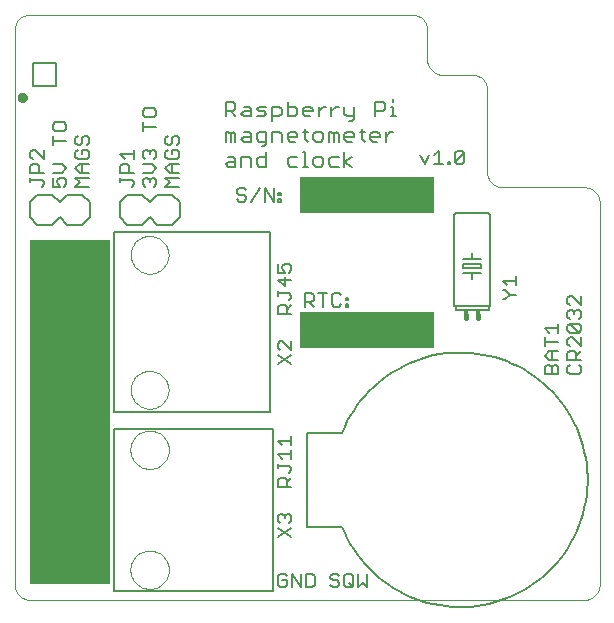
<source format=gto>
G75*
G70*
%OFA0B0*%
%FSLAX24Y24*%
%IPPOS*%
%LPD*%
%AMOC8*
5,1,8,0,0,1.08239X$1,22.5*
%
%ADD10C,0.0000*%
%ADD11C,0.0050*%
%ADD12C,0.0070*%
%ADD13R,0.4500X0.1200*%
%ADD14R,0.2700X1.1500*%
%ADD15C,0.0160*%
%ADD16C,0.0060*%
%ADD17R,0.0160X0.0230*%
%ADD18C,0.0080*%
D10*
X002680Y002680D02*
X021180Y002680D01*
X021224Y002682D01*
X021267Y002688D01*
X021309Y002697D01*
X021351Y002710D01*
X021391Y002727D01*
X021430Y002747D01*
X021467Y002770D01*
X021501Y002797D01*
X021534Y002826D01*
X021563Y002859D01*
X021590Y002893D01*
X021613Y002930D01*
X021633Y002969D01*
X021650Y003009D01*
X021663Y003051D01*
X021672Y003093D01*
X021678Y003136D01*
X021680Y003180D01*
X021680Y015930D01*
X021678Y015974D01*
X021672Y016017D01*
X021663Y016059D01*
X021650Y016101D01*
X021633Y016141D01*
X021613Y016180D01*
X021590Y016217D01*
X021563Y016251D01*
X021534Y016284D01*
X021501Y016313D01*
X021467Y016340D01*
X021430Y016363D01*
X021391Y016383D01*
X021351Y016400D01*
X021309Y016413D01*
X021267Y016422D01*
X021224Y016428D01*
X021180Y016430D01*
X018430Y016430D01*
X018386Y016432D01*
X018343Y016438D01*
X018301Y016447D01*
X018259Y016460D01*
X018219Y016477D01*
X018180Y016497D01*
X018143Y016520D01*
X018109Y016547D01*
X018076Y016576D01*
X018047Y016609D01*
X018020Y016643D01*
X017997Y016680D01*
X017977Y016719D01*
X017960Y016759D01*
X017947Y016801D01*
X017938Y016843D01*
X017932Y016886D01*
X017930Y016930D01*
X017930Y019680D01*
X017928Y019724D01*
X017922Y019767D01*
X017913Y019809D01*
X017900Y019851D01*
X017883Y019891D01*
X017863Y019930D01*
X017840Y019967D01*
X017813Y020001D01*
X017784Y020034D01*
X017751Y020063D01*
X017717Y020090D01*
X017680Y020113D01*
X017641Y020133D01*
X017601Y020150D01*
X017559Y020163D01*
X017517Y020172D01*
X017474Y020178D01*
X017430Y020180D01*
X016430Y020180D01*
X016386Y020182D01*
X016343Y020188D01*
X016301Y020197D01*
X016259Y020210D01*
X016219Y020227D01*
X016180Y020247D01*
X016143Y020270D01*
X016109Y020297D01*
X016076Y020326D01*
X016047Y020359D01*
X016020Y020393D01*
X015997Y020430D01*
X015977Y020469D01*
X015960Y020509D01*
X015947Y020551D01*
X015938Y020593D01*
X015932Y020636D01*
X015930Y020680D01*
X015930Y021680D01*
X015928Y021724D01*
X015922Y021767D01*
X015913Y021809D01*
X015900Y021851D01*
X015883Y021891D01*
X015863Y021930D01*
X015840Y021967D01*
X015813Y022001D01*
X015784Y022034D01*
X015751Y022063D01*
X015717Y022090D01*
X015680Y022113D01*
X015641Y022133D01*
X015601Y022150D01*
X015559Y022163D01*
X015517Y022172D01*
X015474Y022178D01*
X015430Y022180D01*
X002680Y022180D01*
X002636Y022178D01*
X002593Y022172D01*
X002551Y022163D01*
X002509Y022150D01*
X002469Y022133D01*
X002430Y022113D01*
X002393Y022090D01*
X002359Y022063D01*
X002326Y022034D01*
X002297Y022001D01*
X002270Y021967D01*
X002247Y021930D01*
X002227Y021891D01*
X002210Y021851D01*
X002197Y021809D01*
X002188Y021767D01*
X002182Y021724D01*
X002180Y021680D01*
X002180Y003180D01*
X002182Y003136D01*
X002188Y003093D01*
X002197Y003051D01*
X002210Y003009D01*
X002227Y002969D01*
X002247Y002930D01*
X002270Y002893D01*
X002297Y002859D01*
X002326Y002826D01*
X002359Y002797D01*
X002393Y002770D01*
X002430Y002747D01*
X002469Y002727D01*
X002509Y002710D01*
X002551Y002697D01*
X002593Y002688D01*
X002636Y002682D01*
X002680Y002680D01*
X006040Y003680D02*
X006042Y003730D01*
X006048Y003780D01*
X006058Y003829D01*
X006071Y003878D01*
X006089Y003925D01*
X006110Y003971D01*
X006134Y004014D01*
X006162Y004056D01*
X006193Y004096D01*
X006227Y004133D01*
X006264Y004167D01*
X006304Y004198D01*
X006346Y004226D01*
X006389Y004250D01*
X006435Y004271D01*
X006482Y004289D01*
X006531Y004302D01*
X006580Y004312D01*
X006630Y004318D01*
X006680Y004320D01*
X006730Y004318D01*
X006780Y004312D01*
X006829Y004302D01*
X006878Y004289D01*
X006925Y004271D01*
X006971Y004250D01*
X007014Y004226D01*
X007056Y004198D01*
X007096Y004167D01*
X007133Y004133D01*
X007167Y004096D01*
X007198Y004056D01*
X007226Y004014D01*
X007250Y003971D01*
X007271Y003925D01*
X007289Y003878D01*
X007302Y003829D01*
X007312Y003780D01*
X007318Y003730D01*
X007320Y003680D01*
X007318Y003630D01*
X007312Y003580D01*
X007302Y003531D01*
X007289Y003482D01*
X007271Y003435D01*
X007250Y003389D01*
X007226Y003346D01*
X007198Y003304D01*
X007167Y003264D01*
X007133Y003227D01*
X007096Y003193D01*
X007056Y003162D01*
X007014Y003134D01*
X006971Y003110D01*
X006925Y003089D01*
X006878Y003071D01*
X006829Y003058D01*
X006780Y003048D01*
X006730Y003042D01*
X006680Y003040D01*
X006630Y003042D01*
X006580Y003048D01*
X006531Y003058D01*
X006482Y003071D01*
X006435Y003089D01*
X006389Y003110D01*
X006346Y003134D01*
X006304Y003162D01*
X006264Y003193D01*
X006227Y003227D01*
X006193Y003264D01*
X006162Y003304D01*
X006134Y003346D01*
X006110Y003389D01*
X006089Y003435D01*
X006071Y003482D01*
X006058Y003531D01*
X006048Y003580D01*
X006042Y003630D01*
X006040Y003680D01*
X006040Y007680D02*
X006042Y007730D01*
X006048Y007780D01*
X006058Y007829D01*
X006071Y007878D01*
X006089Y007925D01*
X006110Y007971D01*
X006134Y008014D01*
X006162Y008056D01*
X006193Y008096D01*
X006227Y008133D01*
X006264Y008167D01*
X006304Y008198D01*
X006346Y008226D01*
X006389Y008250D01*
X006435Y008271D01*
X006482Y008289D01*
X006531Y008302D01*
X006580Y008312D01*
X006630Y008318D01*
X006680Y008320D01*
X006730Y008318D01*
X006780Y008312D01*
X006829Y008302D01*
X006878Y008289D01*
X006925Y008271D01*
X006971Y008250D01*
X007014Y008226D01*
X007056Y008198D01*
X007096Y008167D01*
X007133Y008133D01*
X007167Y008096D01*
X007198Y008056D01*
X007226Y008014D01*
X007250Y007971D01*
X007271Y007925D01*
X007289Y007878D01*
X007302Y007829D01*
X007312Y007780D01*
X007318Y007730D01*
X007320Y007680D01*
X007318Y007630D01*
X007312Y007580D01*
X007302Y007531D01*
X007289Y007482D01*
X007271Y007435D01*
X007250Y007389D01*
X007226Y007346D01*
X007198Y007304D01*
X007167Y007264D01*
X007133Y007227D01*
X007096Y007193D01*
X007056Y007162D01*
X007014Y007134D01*
X006971Y007110D01*
X006925Y007089D01*
X006878Y007071D01*
X006829Y007058D01*
X006780Y007048D01*
X006730Y007042D01*
X006680Y007040D01*
X006630Y007042D01*
X006580Y007048D01*
X006531Y007058D01*
X006482Y007071D01*
X006435Y007089D01*
X006389Y007110D01*
X006346Y007134D01*
X006304Y007162D01*
X006264Y007193D01*
X006227Y007227D01*
X006193Y007264D01*
X006162Y007304D01*
X006134Y007346D01*
X006110Y007389D01*
X006089Y007435D01*
X006071Y007482D01*
X006058Y007531D01*
X006048Y007580D01*
X006042Y007630D01*
X006040Y007680D01*
X006050Y009680D02*
X006052Y009730D01*
X006058Y009780D01*
X006068Y009829D01*
X006082Y009877D01*
X006099Y009924D01*
X006120Y009969D01*
X006145Y010013D01*
X006173Y010054D01*
X006205Y010093D01*
X006239Y010130D01*
X006276Y010164D01*
X006316Y010194D01*
X006358Y010221D01*
X006402Y010245D01*
X006448Y010266D01*
X006495Y010282D01*
X006543Y010295D01*
X006593Y010304D01*
X006642Y010309D01*
X006693Y010310D01*
X006743Y010307D01*
X006792Y010300D01*
X006841Y010289D01*
X006889Y010274D01*
X006935Y010256D01*
X006980Y010234D01*
X007023Y010208D01*
X007064Y010179D01*
X007103Y010147D01*
X007139Y010112D01*
X007171Y010074D01*
X007201Y010034D01*
X007228Y009991D01*
X007251Y009947D01*
X007270Y009901D01*
X007286Y009853D01*
X007298Y009804D01*
X007306Y009755D01*
X007310Y009705D01*
X007310Y009655D01*
X007306Y009605D01*
X007298Y009556D01*
X007286Y009507D01*
X007270Y009459D01*
X007251Y009413D01*
X007228Y009369D01*
X007201Y009326D01*
X007171Y009286D01*
X007139Y009248D01*
X007103Y009213D01*
X007064Y009181D01*
X007023Y009152D01*
X006980Y009126D01*
X006935Y009104D01*
X006889Y009086D01*
X006841Y009071D01*
X006792Y009060D01*
X006743Y009053D01*
X006693Y009050D01*
X006642Y009051D01*
X006593Y009056D01*
X006543Y009065D01*
X006495Y009078D01*
X006448Y009094D01*
X006402Y009115D01*
X006358Y009139D01*
X006316Y009166D01*
X006276Y009196D01*
X006239Y009230D01*
X006205Y009267D01*
X006173Y009306D01*
X006145Y009347D01*
X006120Y009391D01*
X006099Y009436D01*
X006082Y009483D01*
X006068Y009531D01*
X006058Y009580D01*
X006052Y009630D01*
X006050Y009680D01*
X006050Y014180D02*
X006052Y014230D01*
X006058Y014280D01*
X006068Y014329D01*
X006082Y014377D01*
X006099Y014424D01*
X006120Y014469D01*
X006145Y014513D01*
X006173Y014554D01*
X006205Y014593D01*
X006239Y014630D01*
X006276Y014664D01*
X006316Y014694D01*
X006358Y014721D01*
X006402Y014745D01*
X006448Y014766D01*
X006495Y014782D01*
X006543Y014795D01*
X006593Y014804D01*
X006642Y014809D01*
X006693Y014810D01*
X006743Y014807D01*
X006792Y014800D01*
X006841Y014789D01*
X006889Y014774D01*
X006935Y014756D01*
X006980Y014734D01*
X007023Y014708D01*
X007064Y014679D01*
X007103Y014647D01*
X007139Y014612D01*
X007171Y014574D01*
X007201Y014534D01*
X007228Y014491D01*
X007251Y014447D01*
X007270Y014401D01*
X007286Y014353D01*
X007298Y014304D01*
X007306Y014255D01*
X007310Y014205D01*
X007310Y014155D01*
X007306Y014105D01*
X007298Y014056D01*
X007286Y014007D01*
X007270Y013959D01*
X007251Y013913D01*
X007228Y013869D01*
X007201Y013826D01*
X007171Y013786D01*
X007139Y013748D01*
X007103Y013713D01*
X007064Y013681D01*
X007023Y013652D01*
X006980Y013626D01*
X006935Y013604D01*
X006889Y013586D01*
X006841Y013571D01*
X006792Y013560D01*
X006743Y013553D01*
X006693Y013550D01*
X006642Y013551D01*
X006593Y013556D01*
X006543Y013565D01*
X006495Y013578D01*
X006448Y013594D01*
X006402Y013615D01*
X006358Y013639D01*
X006316Y013666D01*
X006276Y013696D01*
X006239Y013730D01*
X006205Y013767D01*
X006173Y013806D01*
X006145Y013847D01*
X006120Y013891D01*
X006099Y013936D01*
X006082Y013983D01*
X006068Y014031D01*
X006058Y014080D01*
X006052Y014130D01*
X006050Y014180D01*
D11*
X006080Y016455D02*
X006155Y016530D01*
X006155Y016605D01*
X006080Y016680D01*
X005705Y016680D01*
X005705Y016605D02*
X005705Y016755D01*
X005705Y016915D02*
X005705Y017141D01*
X005780Y017216D01*
X005930Y017216D01*
X006005Y017141D01*
X006005Y016915D01*
X006155Y016915D02*
X005705Y016915D01*
X005855Y017376D02*
X005705Y017526D01*
X006155Y017526D01*
X006155Y017376D02*
X006155Y017676D01*
X006455Y017601D02*
X006455Y017451D01*
X006530Y017376D01*
X006455Y017216D02*
X006755Y017216D01*
X006905Y017066D01*
X006755Y016915D01*
X006455Y016915D01*
X006530Y016755D02*
X006605Y016755D01*
X006680Y016680D01*
X006755Y016755D01*
X006830Y016755D01*
X006905Y016680D01*
X006905Y016530D01*
X006830Y016455D01*
X006680Y016605D02*
X006680Y016680D01*
X006530Y016755D02*
X006455Y016680D01*
X006455Y016530D01*
X006530Y016455D01*
X007205Y016455D02*
X007355Y016605D01*
X007205Y016755D01*
X007655Y016755D01*
X007655Y016915D02*
X007355Y016915D01*
X007205Y017066D01*
X007355Y017216D01*
X007655Y017216D01*
X007580Y017376D02*
X007655Y017451D01*
X007655Y017601D01*
X007580Y017676D01*
X007430Y017676D01*
X007430Y017526D01*
X007280Y017376D02*
X007580Y017376D01*
X007430Y017216D02*
X007430Y016915D01*
X007280Y017376D02*
X007205Y017451D01*
X007205Y017601D01*
X007280Y017676D01*
X007280Y017836D02*
X007355Y017836D01*
X007430Y017911D01*
X007430Y018061D01*
X007505Y018136D01*
X007580Y018136D01*
X007655Y018061D01*
X007655Y017911D01*
X007580Y017836D01*
X007280Y017836D02*
X007205Y017911D01*
X007205Y018061D01*
X007280Y018136D01*
X006905Y018447D02*
X006455Y018447D01*
X006455Y018297D02*
X006455Y018597D01*
X006530Y018757D02*
X006830Y018757D01*
X006905Y018832D01*
X006905Y018982D01*
X006830Y019057D01*
X006530Y019057D01*
X006455Y018982D01*
X006455Y018832D01*
X006530Y018757D01*
X006530Y017676D02*
X006605Y017676D01*
X006680Y017601D01*
X006755Y017676D01*
X006830Y017676D01*
X006905Y017601D01*
X006905Y017451D01*
X006830Y017376D01*
X006680Y017526D02*
X006680Y017601D01*
X006530Y017676D02*
X006455Y017601D01*
X007205Y016455D02*
X007655Y016455D01*
X009594Y016330D02*
X009594Y016255D01*
X009669Y016180D01*
X009819Y016180D01*
X009894Y016105D01*
X009894Y016030D01*
X009819Y015955D01*
X009669Y015955D01*
X009594Y016030D01*
X009594Y016330D02*
X009669Y016405D01*
X009819Y016405D01*
X009894Y016330D01*
X010054Y015955D02*
X010354Y016405D01*
X010514Y016405D02*
X010815Y015955D01*
X010815Y016405D01*
X010975Y016255D02*
X010975Y016180D01*
X011050Y016180D01*
X011050Y016255D01*
X010975Y016255D01*
X010975Y016030D02*
X010975Y015955D01*
X011050Y015955D01*
X011050Y016030D01*
X010975Y016030D01*
X010514Y015955D02*
X010514Y016405D01*
X010955Y013886D02*
X010955Y013586D01*
X011180Y013586D01*
X011105Y013736D01*
X011105Y013811D01*
X011180Y013886D01*
X011330Y013886D01*
X011405Y013811D01*
X011405Y013661D01*
X011330Y013586D01*
X011180Y013426D02*
X011180Y013126D01*
X010955Y013351D01*
X011405Y013351D01*
X011330Y012891D02*
X010955Y012891D01*
X010955Y012816D02*
X010955Y012966D01*
X011330Y012891D02*
X011405Y012816D01*
X011405Y012740D01*
X011330Y012665D01*
X011405Y012505D02*
X011255Y012355D01*
X011255Y012430D02*
X011255Y012205D01*
X011405Y012205D02*
X010955Y012205D01*
X010955Y012430D01*
X011030Y012505D01*
X011180Y012505D01*
X011255Y012430D01*
X011844Y012455D02*
X011844Y012905D01*
X012069Y012905D01*
X012144Y012830D01*
X012144Y012680D01*
X012069Y012605D01*
X011844Y012605D01*
X011994Y012605D02*
X012144Y012455D01*
X012304Y012905D02*
X012604Y012905D01*
X012454Y012905D02*
X012454Y012455D01*
X012764Y012530D02*
X012764Y012830D01*
X012839Y012905D01*
X012990Y012905D01*
X013065Y012830D01*
X013225Y012755D02*
X013225Y012680D01*
X013300Y012680D01*
X013300Y012755D01*
X013225Y012755D01*
X013225Y012530D02*
X013225Y012455D01*
X013300Y012455D01*
X013300Y012530D01*
X013225Y012530D01*
X013065Y012530D02*
X012990Y012455D01*
X012839Y012455D01*
X012764Y012530D01*
X011405Y011295D02*
X011405Y010995D01*
X011105Y011295D01*
X011030Y011295D01*
X010955Y011220D01*
X010955Y011070D01*
X011030Y010995D01*
X010955Y010834D02*
X011405Y010534D01*
X011405Y010834D02*
X010955Y010534D01*
X011405Y008136D02*
X011405Y007836D01*
X011405Y007986D02*
X010955Y007986D01*
X011105Y007836D01*
X011405Y007676D02*
X011405Y007376D01*
X011405Y007526D02*
X010955Y007526D01*
X011105Y007376D01*
X010955Y007216D02*
X010955Y007066D01*
X010955Y007141D02*
X011330Y007141D01*
X011405Y007066D01*
X011405Y006990D01*
X011330Y006915D01*
X011405Y006755D02*
X011255Y006605D01*
X011255Y006680D02*
X011255Y006455D01*
X011405Y006455D02*
X010955Y006455D01*
X010955Y006680D01*
X011030Y006755D01*
X011180Y006755D01*
X011255Y006680D01*
X011255Y005545D02*
X011180Y005470D01*
X011180Y005395D01*
X011180Y005470D02*
X011105Y005545D01*
X011030Y005545D01*
X010955Y005470D01*
X010955Y005320D01*
X011030Y005245D01*
X010955Y005084D02*
X011405Y004784D01*
X011405Y005084D02*
X010955Y004784D01*
X011330Y005245D02*
X011405Y005320D01*
X011405Y005470D01*
X011330Y005545D01*
X011255Y005545D01*
X011180Y003555D02*
X011030Y003555D01*
X010955Y003480D01*
X010955Y003180D01*
X011030Y003105D01*
X011180Y003105D01*
X011255Y003180D01*
X011255Y003330D01*
X011105Y003330D01*
X011255Y003480D02*
X011180Y003555D01*
X011415Y003555D02*
X011716Y003105D01*
X011716Y003555D01*
X011876Y003555D02*
X012101Y003555D01*
X012176Y003480D01*
X012176Y003180D01*
X012101Y003105D01*
X011876Y003105D01*
X011876Y003555D01*
X011415Y003555D02*
X011415Y003105D01*
X012705Y003180D02*
X012780Y003105D01*
X012930Y003105D01*
X013005Y003180D01*
X013005Y003255D01*
X012930Y003330D01*
X012780Y003330D01*
X012705Y003405D01*
X012705Y003480D01*
X012780Y003555D01*
X012930Y003555D01*
X013005Y003480D01*
X013165Y003480D02*
X013165Y003180D01*
X013240Y003105D01*
X013391Y003105D01*
X013466Y003180D01*
X013466Y003480D01*
X013391Y003555D01*
X013240Y003555D01*
X013165Y003480D01*
X013316Y003255D02*
X013466Y003105D01*
X013626Y003105D02*
X013776Y003255D01*
X013926Y003105D01*
X013926Y003555D01*
X013626Y003555D02*
X013626Y003105D01*
X019855Y010205D02*
X019855Y010430D01*
X019930Y010505D01*
X020005Y010505D01*
X020080Y010430D01*
X020080Y010205D01*
X020305Y010205D02*
X020305Y010430D01*
X020230Y010505D01*
X020155Y010505D01*
X020080Y010430D01*
X020080Y010665D02*
X020080Y010966D01*
X020005Y010966D02*
X020305Y010966D01*
X020005Y010966D02*
X019855Y010816D01*
X020005Y010665D01*
X020305Y010665D01*
X020605Y010665D02*
X020605Y010891D01*
X020680Y010966D01*
X020830Y010966D01*
X020905Y010891D01*
X020905Y010665D01*
X021055Y010665D02*
X020605Y010665D01*
X020680Y010505D02*
X020605Y010430D01*
X020605Y010280D01*
X020680Y010205D01*
X020980Y010205D01*
X021055Y010280D01*
X021055Y010430D01*
X020980Y010505D01*
X020905Y010816D02*
X021055Y010966D01*
X021055Y011126D02*
X020755Y011426D01*
X020680Y011426D01*
X020605Y011351D01*
X020605Y011201D01*
X020680Y011126D01*
X020305Y011276D02*
X019855Y011276D01*
X019855Y011126D02*
X019855Y011426D01*
X020005Y011586D02*
X019855Y011736D01*
X020305Y011736D01*
X020305Y011586D02*
X020305Y011886D01*
X020605Y011811D02*
X020605Y011661D01*
X020680Y011586D01*
X020980Y011586D01*
X020680Y011886D01*
X020980Y011886D01*
X021055Y011811D01*
X021055Y011661D01*
X020980Y011586D01*
X021055Y011426D02*
X021055Y011126D01*
X020605Y011811D02*
X020680Y011886D01*
X020680Y012047D02*
X020605Y012122D01*
X020605Y012272D01*
X020680Y012347D01*
X020755Y012347D01*
X020830Y012272D01*
X020905Y012347D01*
X020980Y012347D01*
X021055Y012272D01*
X021055Y012122D01*
X020980Y012047D01*
X020830Y012197D02*
X020830Y012272D01*
X020680Y012507D02*
X020605Y012582D01*
X020605Y012732D01*
X020680Y012807D01*
X020755Y012807D01*
X021055Y012507D01*
X021055Y012807D01*
X018905Y012855D02*
X018680Y012855D01*
X018530Y013005D01*
X018455Y013005D01*
X018605Y013165D02*
X018455Y013316D01*
X018905Y013316D01*
X018905Y013466D02*
X018905Y013165D01*
X018680Y012855D02*
X018530Y012705D01*
X018455Y012705D01*
X019855Y010205D02*
X020305Y010205D01*
X017081Y017205D02*
X016931Y017205D01*
X016856Y017280D01*
X017156Y017580D01*
X017156Y017280D01*
X017081Y017205D01*
X016856Y017280D02*
X016856Y017580D01*
X016931Y017655D01*
X017081Y017655D01*
X017156Y017580D01*
X016701Y017280D02*
X016701Y017205D01*
X016626Y017205D01*
X016626Y017280D01*
X016701Y017280D01*
X016466Y017205D02*
X016165Y017205D01*
X016316Y017205D02*
X016316Y017655D01*
X016165Y017505D01*
X016005Y017505D02*
X015855Y017205D01*
X015705Y017505D01*
X003570Y019790D02*
X003570Y020570D01*
X002790Y020570D01*
X002790Y019790D01*
X003570Y019790D01*
X003530Y018597D02*
X003455Y018522D01*
X003455Y018372D01*
X003530Y018297D01*
X003830Y018297D01*
X003905Y018372D01*
X003905Y018522D01*
X003830Y018597D01*
X003530Y018597D01*
X003455Y018136D02*
X003455Y017836D01*
X003455Y017986D02*
X003905Y017986D01*
X004205Y018061D02*
X004205Y017911D01*
X004280Y017836D01*
X004355Y017836D01*
X004430Y017911D01*
X004430Y018061D01*
X004505Y018136D01*
X004580Y018136D01*
X004655Y018061D01*
X004655Y017911D01*
X004580Y017836D01*
X004580Y017676D02*
X004430Y017676D01*
X004430Y017526D01*
X004580Y017676D02*
X004655Y017601D01*
X004655Y017451D01*
X004580Y017376D01*
X004280Y017376D01*
X004205Y017451D01*
X004205Y017601D01*
X004280Y017676D01*
X004205Y018061D02*
X004280Y018136D01*
X004355Y017216D02*
X004655Y017216D01*
X004430Y017216D02*
X004430Y016915D01*
X004355Y016915D02*
X004205Y017066D01*
X004355Y017216D01*
X004355Y016915D02*
X004655Y016915D01*
X004655Y016755D02*
X004205Y016755D01*
X004355Y016605D01*
X004205Y016455D01*
X004655Y016455D01*
X003905Y016530D02*
X003830Y016455D01*
X003905Y016530D02*
X003905Y016680D01*
X003830Y016755D01*
X003680Y016755D01*
X003605Y016680D01*
X003605Y016605D01*
X003680Y016455D01*
X003455Y016455D01*
X003455Y016755D01*
X003455Y016915D02*
X003755Y016915D01*
X003905Y017066D01*
X003755Y017216D01*
X003455Y017216D01*
X003155Y017376D02*
X003155Y017676D01*
X003155Y017376D02*
X002855Y017676D01*
X002780Y017676D01*
X002705Y017601D01*
X002705Y017451D01*
X002780Y017376D01*
X002780Y017216D02*
X002930Y017216D01*
X003005Y017141D01*
X003005Y016915D01*
X003155Y016915D02*
X002705Y016915D01*
X002705Y017141D01*
X002780Y017216D01*
X002705Y016755D02*
X002705Y016605D01*
X002705Y016680D02*
X003080Y016680D01*
X003155Y016605D01*
X003155Y016530D01*
X003080Y016455D01*
D12*
X009215Y017197D02*
X009297Y017278D01*
X009542Y017278D01*
X009542Y017360D02*
X009542Y017115D01*
X009297Y017115D01*
X009215Y017197D01*
X009297Y017442D02*
X009460Y017442D01*
X009542Y017360D01*
X009731Y017442D02*
X009976Y017442D01*
X010058Y017360D01*
X010058Y017115D01*
X010246Y017197D02*
X010246Y017360D01*
X010328Y017442D01*
X010573Y017442D01*
X010573Y017605D02*
X010573Y017115D01*
X010328Y017115D01*
X010246Y017197D01*
X009731Y017115D02*
X009731Y017442D01*
X009812Y017955D02*
X009731Y018037D01*
X009812Y018118D01*
X010058Y018118D01*
X010058Y018200D02*
X010058Y017955D01*
X009812Y017955D01*
X009542Y017955D02*
X009542Y018200D01*
X009460Y018282D01*
X009378Y018200D01*
X009378Y017955D01*
X009215Y017955D02*
X009215Y018282D01*
X009297Y018282D01*
X009378Y018200D01*
X009812Y018282D02*
X009976Y018282D01*
X010058Y018200D01*
X010246Y018200D02*
X010328Y018282D01*
X010573Y018282D01*
X010573Y017873D01*
X010491Y017792D01*
X010410Y017792D01*
X010328Y017955D02*
X010573Y017955D01*
X010762Y017955D02*
X010762Y018282D01*
X011007Y018282D01*
X011089Y018200D01*
X011089Y017955D01*
X011278Y018037D02*
X011278Y018200D01*
X011359Y018282D01*
X011523Y018282D01*
X011605Y018200D01*
X011605Y018118D01*
X011278Y018118D01*
X011278Y018037D02*
X011359Y017955D01*
X011523Y017955D01*
X011875Y018037D02*
X011957Y017955D01*
X011875Y018037D02*
X011875Y018364D01*
X011793Y018282D02*
X011957Y018282D01*
X012137Y018200D02*
X012137Y018037D01*
X012219Y017955D01*
X012382Y017955D01*
X012464Y018037D01*
X012464Y018200D01*
X012382Y018282D01*
X012219Y018282D01*
X012137Y018200D01*
X012653Y018282D02*
X012653Y017955D01*
X012816Y017955D02*
X012816Y018200D01*
X012898Y018282D01*
X012980Y018200D01*
X012980Y017955D01*
X013168Y018037D02*
X013168Y018200D01*
X013250Y018282D01*
X013413Y018282D01*
X013495Y018200D01*
X013495Y018118D01*
X013168Y018118D01*
X013168Y018037D02*
X013250Y017955D01*
X013413Y017955D01*
X013766Y018037D02*
X013847Y017955D01*
X013766Y018037D02*
X013766Y018364D01*
X013684Y018282D02*
X013847Y018282D01*
X014028Y018200D02*
X014109Y018282D01*
X014273Y018282D01*
X014355Y018200D01*
X014355Y018118D01*
X014028Y018118D01*
X014028Y018037D02*
X014028Y018200D01*
X014028Y018037D02*
X014109Y017955D01*
X014273Y017955D01*
X014543Y017955D02*
X014543Y018282D01*
X014543Y018118D02*
X014707Y018282D01*
X014788Y018282D01*
X014797Y018795D02*
X014797Y019122D01*
X014715Y019122D01*
X014797Y019285D02*
X014797Y019367D01*
X014526Y019204D02*
X014526Y019040D01*
X014445Y018958D01*
X014200Y018958D01*
X014200Y018795D02*
X014200Y019285D01*
X014445Y019285D01*
X014526Y019204D01*
X014715Y018795D02*
X014879Y018795D01*
X013495Y018795D02*
X013250Y018795D01*
X013168Y018877D01*
X013168Y019122D01*
X012984Y019122D02*
X012902Y019122D01*
X012739Y018958D01*
X012739Y018795D02*
X012739Y019122D01*
X012554Y019122D02*
X012472Y019122D01*
X012309Y018958D01*
X012309Y018795D02*
X012309Y019122D01*
X012120Y019040D02*
X012120Y018958D01*
X011793Y018958D01*
X011793Y018877D02*
X011793Y019040D01*
X011875Y019122D01*
X012038Y019122D01*
X012120Y019040D01*
X012038Y018795D02*
X011875Y018795D01*
X011793Y018877D01*
X011605Y018877D02*
X011605Y019040D01*
X011523Y019122D01*
X011278Y019122D01*
X011278Y019285D02*
X011278Y018795D01*
X011523Y018795D01*
X011605Y018877D01*
X011089Y018877D02*
X011007Y018795D01*
X010762Y018795D01*
X010762Y018632D02*
X010762Y019122D01*
X011007Y019122D01*
X011089Y019040D01*
X011089Y018877D01*
X010573Y018877D02*
X010491Y018958D01*
X010328Y018958D01*
X010246Y019040D01*
X010328Y019122D01*
X010573Y019122D01*
X010573Y018877D02*
X010491Y018795D01*
X010246Y018795D01*
X010058Y018795D02*
X010058Y019040D01*
X009976Y019122D01*
X009812Y019122D01*
X009812Y018958D02*
X009731Y018877D01*
X009812Y018795D01*
X010058Y018795D01*
X010058Y018958D02*
X009812Y018958D01*
X009542Y019040D02*
X009460Y018958D01*
X009215Y018958D01*
X009215Y018795D02*
X009215Y019285D01*
X009460Y019285D01*
X009542Y019204D01*
X009542Y019040D01*
X009378Y018958D02*
X009542Y018795D01*
X010246Y018200D02*
X010246Y018037D01*
X010328Y017955D01*
X011278Y017360D02*
X011278Y017197D01*
X011359Y017115D01*
X011605Y017115D01*
X011793Y017115D02*
X011957Y017115D01*
X011875Y017115D02*
X011875Y017605D01*
X011793Y017605D01*
X011605Y017442D02*
X011359Y017442D01*
X011278Y017360D01*
X012137Y017360D02*
X012137Y017197D01*
X012219Y017115D01*
X012382Y017115D01*
X012464Y017197D01*
X012464Y017360D01*
X012382Y017442D01*
X012219Y017442D01*
X012137Y017360D01*
X012653Y017360D02*
X012653Y017197D01*
X012734Y017115D01*
X012980Y017115D01*
X013168Y017115D02*
X013168Y017605D01*
X012980Y017442D02*
X012734Y017442D01*
X012653Y017360D01*
X013168Y017278D02*
X013413Y017442D01*
X013168Y017278D02*
X013413Y017115D01*
X012816Y018200D02*
X012734Y018282D01*
X012653Y018282D01*
X013332Y018632D02*
X013413Y018632D01*
X013495Y018713D01*
X013495Y019122D01*
D13*
X013930Y016180D03*
X013930Y011680D03*
D14*
X004030Y008930D03*
D15*
X002350Y019430D02*
X002352Y019447D01*
X002357Y019464D01*
X002366Y019478D01*
X002378Y019491D01*
X002393Y019501D01*
X002409Y019507D01*
X002426Y019510D01*
X002443Y019509D01*
X002460Y019504D01*
X002475Y019496D01*
X002488Y019485D01*
X002499Y019471D01*
X002506Y019456D01*
X002510Y019439D01*
X002510Y019421D01*
X002506Y019404D01*
X002499Y019389D01*
X002488Y019375D01*
X002475Y019364D01*
X002460Y019356D01*
X002443Y019351D01*
X002426Y019350D01*
X002409Y019353D01*
X002393Y019359D01*
X002378Y019369D01*
X002366Y019382D01*
X002357Y019396D01*
X002352Y019413D01*
X002350Y019430D01*
X017230Y012180D02*
X017230Y012080D01*
X017630Y012080D02*
X017630Y012180D01*
D16*
X017980Y012330D02*
X017980Y012480D01*
X016880Y012480D01*
X016830Y012480D01*
X016830Y015480D01*
X016832Y015497D01*
X016836Y015514D01*
X016843Y015530D01*
X016853Y015544D01*
X016866Y015557D01*
X016880Y015567D01*
X016896Y015574D01*
X016913Y015578D01*
X016930Y015580D01*
X017930Y015580D01*
X017947Y015578D01*
X017964Y015574D01*
X017980Y015567D01*
X017994Y015557D01*
X018007Y015544D01*
X018017Y015530D01*
X018024Y015514D01*
X018028Y015497D01*
X018030Y015480D01*
X018030Y012480D01*
X017980Y012480D01*
X017980Y012330D02*
X016880Y012330D01*
X016880Y012480D01*
X017430Y013380D02*
X017430Y013580D01*
X017730Y013580D01*
X017730Y013730D02*
X017730Y013880D01*
X017130Y013880D01*
X017130Y013730D01*
X017730Y013730D01*
X017730Y014030D02*
X017430Y014030D01*
X017430Y014230D01*
X017430Y014030D02*
X017130Y014030D01*
X017130Y013580D02*
X017430Y013580D01*
D17*
X017230Y012195D03*
X017630Y012195D03*
D18*
X013100Y008255D02*
X011919Y008255D01*
X011919Y005105D01*
X013100Y005105D01*
X010780Y002980D02*
X010780Y008380D01*
X005499Y008380D01*
X005499Y002980D01*
X010780Y002980D01*
X010680Y008930D02*
X005499Y008930D01*
X005499Y014930D01*
X010680Y014930D01*
X010680Y008930D01*
X013100Y008255D02*
X013182Y008445D01*
X013273Y008631D01*
X013373Y008813D01*
X013481Y008989D01*
X013598Y009160D01*
X013723Y009325D01*
X013857Y009484D01*
X013997Y009636D01*
X014145Y009781D01*
X014300Y009919D01*
X014462Y010048D01*
X014629Y010170D01*
X014803Y010284D01*
X014981Y010388D01*
X015165Y010484D01*
X015353Y010571D01*
X015545Y010649D01*
X015741Y010717D01*
X015940Y010776D01*
X016141Y010824D01*
X016345Y010863D01*
X016550Y010892D01*
X016756Y010911D01*
X016963Y010919D01*
X017170Y010918D01*
X017377Y010906D01*
X017583Y010885D01*
X017788Y010853D01*
X017991Y010811D01*
X018192Y010760D01*
X018389Y010699D01*
X018584Y010628D01*
X018775Y010547D01*
X018962Y010458D01*
X019144Y010359D01*
X019321Y010252D01*
X019493Y010136D01*
X019659Y010012D01*
X019819Y009880D01*
X019972Y009740D01*
X020118Y009593D01*
X020256Y009439D01*
X020387Y009279D01*
X020510Y009112D01*
X020625Y008939D01*
X020731Y008761D01*
X020828Y008578D01*
X020916Y008391D01*
X020995Y008199D01*
X021065Y008004D01*
X021125Y007806D01*
X021175Y007605D01*
X021215Y007402D01*
X021245Y007197D01*
X021266Y006991D01*
X021276Y006784D01*
X021276Y006576D01*
X021266Y006369D01*
X021245Y006163D01*
X021215Y005958D01*
X021175Y005755D01*
X021125Y005554D01*
X021065Y005356D01*
X020995Y005161D01*
X020916Y004969D01*
X020828Y004782D01*
X020731Y004599D01*
X020625Y004421D01*
X020510Y004248D01*
X020387Y004081D01*
X020256Y003921D01*
X020118Y003767D01*
X019972Y003620D01*
X019819Y003480D01*
X019659Y003348D01*
X019493Y003224D01*
X019321Y003108D01*
X019144Y003001D01*
X018962Y002902D01*
X018775Y002813D01*
X018584Y002732D01*
X018389Y002661D01*
X018192Y002600D01*
X017991Y002549D01*
X017788Y002507D01*
X017583Y002475D01*
X017377Y002454D01*
X017170Y002442D01*
X016963Y002441D01*
X016756Y002449D01*
X016550Y002468D01*
X016345Y002497D01*
X016141Y002536D01*
X015940Y002584D01*
X015741Y002643D01*
X015545Y002711D01*
X015353Y002789D01*
X015165Y002876D01*
X014981Y002972D01*
X014803Y003076D01*
X014629Y003190D01*
X014462Y003312D01*
X014300Y003441D01*
X014145Y003579D01*
X013997Y003724D01*
X013857Y003876D01*
X013723Y004035D01*
X013598Y004200D01*
X013481Y004371D01*
X013373Y004547D01*
X013273Y004729D01*
X013182Y004915D01*
X013100Y005105D01*
X007430Y015180D02*
X006930Y015180D01*
X006680Y015430D01*
X006430Y015180D01*
X005930Y015180D01*
X005680Y015430D01*
X005680Y015930D01*
X005930Y016180D01*
X006430Y016180D01*
X006680Y015930D01*
X006930Y016180D01*
X007430Y016180D01*
X007680Y015930D01*
X007680Y015430D01*
X007430Y015180D01*
X004680Y015430D02*
X004680Y015930D01*
X004430Y016180D01*
X003930Y016180D01*
X003680Y015930D01*
X003430Y016180D01*
X002930Y016180D01*
X002680Y015930D01*
X002680Y015430D01*
X002930Y015180D01*
X003430Y015180D01*
X003680Y015430D01*
X003930Y015180D01*
X004430Y015180D01*
X004680Y015430D01*
M02*

</source>
